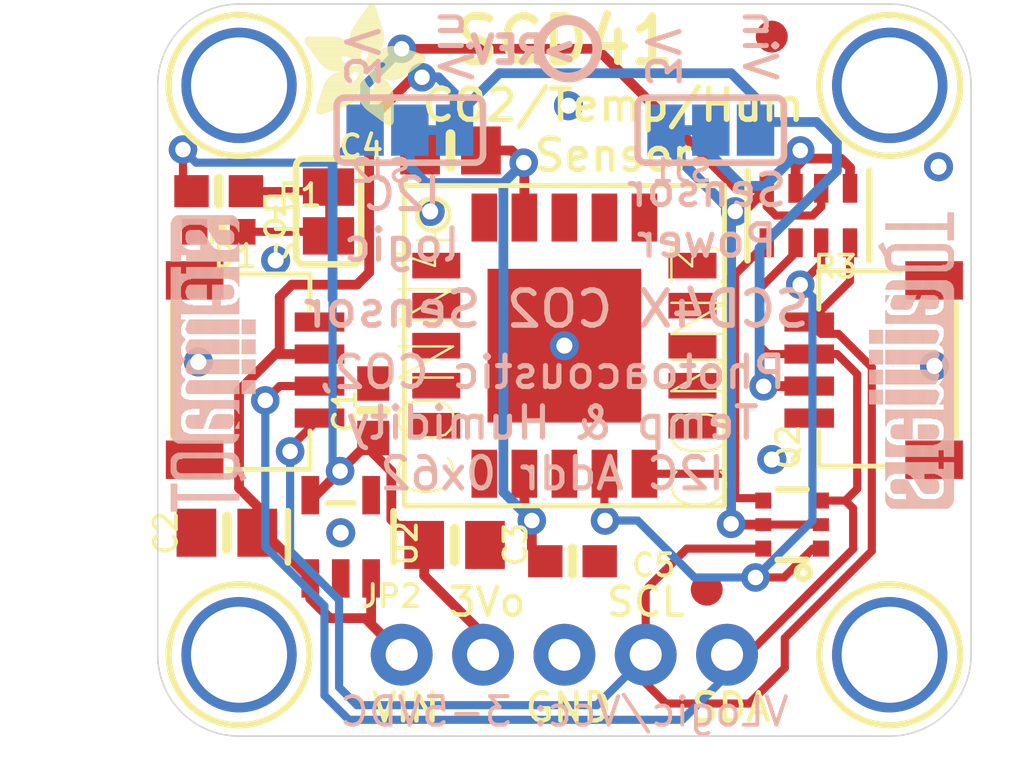
<source format=kicad_pcb>
(kicad_pcb (version 20211014) (generator pcbnew)
  (layers (0 "F.Cu" signal) (31 "B.Cu" signal) (34 "B.Paste" user) (35 "F.Paste" user) (36 "B.SilkS" user "B.Silkscreen") (37 "F.SilkS" user "F.Silkscreen") (38 "B.Mask" user) (39 "F.Mask" user) (44 "Edge.Cuts" user))
  (net 0 "")
  (net 1 "GND")
  (net 2 "SDA")
  (net 3 "SCL")
  (net 4 "SCL_3V")
  (net 5 "SDA_3V")
  (net 6 "3.3V")
  (net 7 "VCC")
  (net 8 "N$1")
  (net 9 "N$2")
  (net 10 "N$3")
  (net 11 "N$4")
  (net 12 "N$5")
  (net 13 "N$6")
  (footprint "boardEagle:SOT363" (layer "F.Cu") (at 155.6131 109.8296 90)
    (fp_text reference "Q2" (at 1.651 -0.127 90) (layer "F.SilkS") (effects (font (size 0.692831 0.692831) (thickness 0.119969)) (justify left)))
    (fp_text value "BSS138")
    (pad "1" smd rect (at -0.75 0.9 90) (size 0.5 0.5) (layers "F.Cu" "F.Paste" "F.Mask") (net 4 "SCL_3V"))
    (pad "2" smd rect (at 0 0.9 90) (size 0.4 0.5) (layers "F.Cu" "F.Paste" "F.Mask") (net 6 "3.3V"))
    (pad "3" smd rect (at 0.75 0.9 90) (size 0.5 0.5) (layers "F.Cu" "F.Paste" "F.Mask") (net 2 "SDA"))
    (pad "4" smd rect (at 0.75 -0.9 90) (size 0.5 0.5) (layers "F.Cu" "F.Paste" "F.Mask") (net 5 "SDA_3V"))
    (pad "5" smd rect (at 0 -0.9 90) (size 0.4 0.5) (layers "F.Cu" "F.Paste" "F.Mask") (net 6 "3.3V"))
    (pad "6" smd rect (at -0.75 -0.9 90) (size 0.5 0.5) (layers "F.Cu" "F.Paste" "F.Mask") (net 3 "SCL"))
  )
  (footprint "boardEagle:0805-NO" (layer "F.Cu") (at 137.9601 110.0836 180)
    (fp_text reference "C2" (at 1.905 -0.762 90) (layer "F.SilkS") (effects (font (size 0.692831 0.692831) (thickness 0.119969)) (justify left)))
    (fp_text value "10uF")
    (pad "1" smd rect (at -0.95 0 180) (size 1.24 1.5) (layers "F.Cu" "F.Paste" "F.Mask") (net 7 "VCC"))
    (pad "2" smd rect (at 0.95 0 180) (size 1.24 1.5) (layers "F.Cu" "F.Paste" "F.Mask") (net 1 "GND"))
  )
  (footprint "boardEagle:JST_SH4" (layer "F.Cu") (at 138.3411 105.0036 -90)
    (fp_text reference "CONN4" (at -4.6 -5.9 90) (layer "F.SilkS") (effects (font (size 1.703222 1.703222) (thickness 0.074778)) (justify right)))
    (fp_text value "STEMMA_I2C_QT" hide)
    (pad "1" smd rect (at -1.5 -2.514) (size 1.55 0.6) (layers "F.Cu" "F.Paste" "F.Mask") (net 1 "GND"))
    (pad "2" smd rect (at -0.5 -2.514) (size 1.55 0.6) (layers "F.Cu" "F.Paste" "F.Mask") (net 7 "VCC"))
    (pad "3" smd rect (at 0.5 -2.514) (size 1.55 0.6) (layers "F.Cu" "F.Paste" "F.Mask") (net 2 "SDA"))
    (pad "4" smd rect (at 1.5 -2.514) (size 1.55 0.6) (layers "F.Cu" "F.Paste" "F.Mask") (net 3 "SCL"))
    (pad "MT1" smd rect (at -2.8 1.386) (size 1.8 1.2) (layers "F.Cu" "F.Paste" "F.Mask") (net 1 "GND"))
    (pad "MT2" smd rect (at 2.8 1.386) (size 1.8 1.2) (layers "F.Cu" "F.Paste" "F.Mask") (net 1 "GND"))
  )
  (footprint "boardEagle:0603-NO" (layer "F.Cu") (at 137.7061 99.4156)
    (fp_text reference "R1" (at 1.778 0.127) (layer "F.SilkS") (effects (font (size 0.692831 0.692831) (thickness 0.119969)) (justify left)))
    (fp_text value "10K")
    (pad "1" smd rect (at -0.85 0) (size 1.075 1) (layers "F.Cu" "F.Paste" "F.Mask") (net 6 "3.3V"))
    (pad "2" smd rect (at 0.85 0) (size 1.075 1) (layers "F.Cu" "F.Paste" "F.Mask") (net 11 "N$4"))
  )
  (footprint "boardEagle:MOUNTINGHOLE_3.0_PLATEDTHIN" (layer "F.Cu") (at 138.3411 113.8936)
    (fp_text reference "U$19" hide)
    (fp_text value "MOUNTINGHOLE3.0THIN" hide)
    (pad "P$1" thru_hole circle (at 0 0) (size 3.6 3.6) (drill 3) (layers *.Cu *.Mask))
  )
  (footprint "boardEagle:SCD41" (layer "F.Cu") (at 148.5011 104.2416)
    (fp_text reference "X1" hide)
    (fp_text value "SCD-41" hide)
    (pad "1" smd rect (at -4 -2.5 270) (size 0.8 1.5) (layers "F.Cu" "F.Mask"))
    (pad "2" smd rect (at -4 -1.25 270) (size 0.8 1.5) (layers "F.Cu" "F.Mask"))
    (pad "3" smd rect (at -4 0 270) (size 0.8 1.5) (layers "F.Cu" "F.Mask"))
    (pad "4" smd rect (at -4 1.25 270) (size 0.8 1.5) (layers "F.Cu" "F.Mask"))
    (pad "5" smd rect (at -4 2.5 270) (size 0.8 1.5) (layers "F.Cu" "F.Mask"))
    (pad "6" smd rect (at -2.5 4) (size 0.8 1.5) (layers "F.Cu" "F.Mask") (net 1 "GND"))
    (pad "7" smd rect (at -1.25 4) (size 0.8 1.5) (layers "F.Cu" "F.Mask") (net 10 "N$3"))
    (pad "8" smd rect (at 0 4) (size 0.8 1.5) (layers "F.Cu" "F.Mask"))
    (pad "9" smd rect (at 1.25 4) (size 0.8 1.5) (layers "F.Cu" "F.Mask") (net 4 "SCL_3V"))
    (pad "10" smd rect (at 2.5 4) (size 0.8 1.5) (layers "F.Cu" "F.Mask") (net 5 "SDA_3V"))
    (pad "11" smd rect (at 4 2.5 90) (size 0.8 1.5) (layers "F.Cu" "F.Mask"))
    (pad "12" smd rect (at 4 1.25 90) (size 0.8 1.5) (layers "F.Cu" "F.Mask"))
    (pad "13" smd rect (at 4 0 90) (size 0.8 1.5) (layers "F.Cu" "F.Mask"))
    (pad "14" smd rect (at 4 -1.25 90) (size 0.8 1.5) (layers "F.Cu" "F.Mask"))
    (pad "15" smd rect (at 4 -2.5 90) (size 0.8 1.5) (layers "F.Cu" "F.Mask"))
    (pad "16" smd rect (at 2.5 -4 180) (size 0.8 1.5) (layers "F.Cu" "F.Mask"))
    (pad "17" smd rect (at 1.25 -4 180) (size 0.8 1.5) (layers "F.Cu" "F.Mask"))
    (pad "18" smd rect (at 0 -4 180) (size 0.8 1.5) (layers "F.Cu" "F.Mask"))
    (pad "19" smd rect (at -1.25 -4 180) (size 0.8 1.5) (layers "F.Cu" "F.Mask") (net 10 "N$3"))
    (pad "20" smd rect (at -2.5 -4 180) (size 0.8 1.5) (layers "F.Cu" "F.Mask") (net 1 "GND"))
    (pad "P$1" smd rect (at 0 0) (size 4.8 4.8) (layers "F.Cu" "F.Mask") (net 1 "GND"))
  )
  (footprint "boardEagle:MOUNTINGHOLE_3.0_PLATEDTHIN" (layer "F.Cu") (at 158.6611 113.8936)
    (fp_text reference "U$21" hide)
    (fp_text value "MOUNTINGHOLE3.0THIN" hide)
    (pad "P$1" thru_hole circle (at 0 0) (size 3.6 3.6) (drill 3) (layers *.Cu *.Mask))
  )
  (footprint "boardEagle:MOUNTINGHOLE_3.0_PLATEDTHIN" (layer "F.Cu") (at 158.6611 96.1136)
    (fp_text reference "U$17" hide)
    (fp_text value "MOUNTINGHOLE3.0THIN" hide)
    (pad "P$1" thru_hole circle (at 0 0) (size 3.6 3.6) (drill 3) (layers *.Cu *.Mask))
  )
  (footprint "boardEagle:0603-NO" (layer "F.Cu") (at 148.7551 110.9726)
    (fp_text reference "C5" (at 1.778 0.127) (layer "F.SilkS") (effects (font (size 0.692831 0.692831) (thickness 0.119969)) (justify left)))
    (fp_text value "0.1uF")
    (pad "1" smd rect (at -0.85 0) (size 1.075 1) (layers "F.Cu" "F.Paste" "F.Mask") (net 10 "N$3"))
    (pad "2" smd rect (at 0.85 0) (size 1.075 1) (layers "F.Cu" "F.Paste" "F.Mask") (net 1 "GND"))
  )
  (footprint "boardEagle:0603-NO" (layer "F.Cu") (at 142.5321 106.2736 90)
    (fp_text reference "C1" (at -0.762 -0.889 90) (layer "F.SilkS") (effects (font (size 0.692831 0.692831) (thickness 0.119969)) (justify left)))
    (fp_text value "0.1uF")
    (pad "1" smd rect (at -0.85 0 90) (size 1.075 1) (layers "F.Cu" "F.Paste" "F.Mask") (net 6 "3.3V"))
    (pad "2" smd rect (at 0.85 0 90) (size 1.075 1) (layers "F.Cu" "F.Paste" "F.Mask") (net 1 "GND"))
  )
  (footprint "boardEagle:SOLDERJUMPER_CLOSEDWIRE" (layer "F.Cu") (at 141.1351 100.0506 90)
    (fp_text reference "SJ3" (at -1.651 -1.27 90) (layer "F.SilkS") (effects (font (size 0.692831 0.692831) (thickness 0.119969)) (justify left)))
    (fp_text value "")
    (pad "1" smd rect (at -0.762 0 90) (size 1.1684 1.6002) (layers "F.Cu") (net 8 "N$1"))
    (pad "2" smd rect (at 0.762 0 90) (size 1.1684 1.6002) (layers "F.Cu") (net 11 "N$4"))
    (pad "WIRE" smd rect (at 0 0 270) (size 0.635 0.2032) (layers "F.Cu"))
  )
  (footprint "boardEagle:MOUNTINGHOLE_3.0_PLATEDTHIN" (layer "F.Cu") (at 138.3411 96.1136)
    (fp_text reference "U$1" hide)
    (fp_text value "MOUNTINGHOLE3.0THIN" hide)
    (pad "P$1" thru_hole circle (at 0 0) (size 3.6 3.6) (drill 3) (layers *.Cu *.Mask))
  )
  (footprint "boardEagle:RESPACK_4X0603" (layer "F.Cu") (at 156.1211 100.1776 180)
    (fp_text reference "R3" (at -1.6 -1.6) (layer "F.SilkS") (effects (font (size 0.692831 0.692831) (thickness 0.119969)) (justify right)))
    (fp_text value "10K")
    (pad "1" smd rect (at -1.3 0.85 180) (size 0.45 0.9) (layers "F.Cu" "F.Paste" "F.Mask") (net 9 "N$2"))
    (pad "2" smd rect (at -0.4 0.85 180) (size 0.45 0.9) (layers "F.Cu" "F.Paste" "F.Mask") (net 6 "3.3V"))
    (pad "3" smd rect (at 0.4 0.85 180) (size 0.45 0.9) (layers "F.Cu" "F.Paste" "F.Mask") (net 9 "N$2"))
    (pad "4" smd rect (at 1.3 0.85 180) (size 0.45 0.9) (layers "F.Cu" "F.Paste" "F.Mask") (net 6 "3.3V"))
    (pad "5" smd rect (at 1.3 -0.85 180) (size 0.45 0.9) (layers "F.Cu" "F.Paste" "F.Mask") (net 5 "SDA_3V"))
    (pad "6" smd rect (at 0.4 -0.85 180) (size 0.45 0.9) (layers "F.Cu" "F.Paste" "F.Mask") (net 2 "SDA"))
    (pad "7" smd rect (at -0.4 -0.85 180) (size 0.45 0.9) (layers "F.Cu" "F.Paste" "F.Mask") (net 4 "SCL_3V"))
    (pad "8" smd rect (at -1.3 -0.85 180) (size 0.45 0.9) (layers "F.Cu" "F.Paste" "F.Mask") (net 3 "SCL"))
  )
  (footprint "boardEagle:0805-NO" (layer "F.Cu") (at 145.0721 110.4646)
    (fp_text reference "C3" (at 1.905 -0.762 90) (layer "F.SilkS") (effects (font (size 0.692831 0.692831) (thickness 0.119969)) (justify right)))
    (fp_text value "10uF")
    (pad "1" smd rect (at -0.95 0) (size 1.24 1.5) (layers "F.Cu" "F.Paste" "F.Mask") (net 6 "3.3V"))
    (pad "2" smd rect (at 0.95 0) (size 1.24 1.5) (layers "F.Cu" "F.Paste" "F.Mask") (net 1 "GND"))
  )
  (footprint "boardEagle:JST_SH4" (layer "F.Cu") (at 158.6611 105.0036 90)
    (fp_text reference "CONN3" (at -4.6 -5.9 90) (layer "F.SilkS") (effects (font (size 1.703222 1.703222) (thickness 0.074778)) (justify left)))
    (fp_text value "STEMMA_I2C_QT" hide)
    (pad "1" smd rect (at -1.5 -2.514 180) (size 1.55 0.6) (layers "F.Cu" "F.Paste" "F.Mask") (net 1 "GND"))
    (pad "2" smd rect (at -0.5 -2.514 180) (size 1.55 0.6) (layers "F.Cu" "F.Paste" "F.Mask") (net 7 "VCC"))
    (pad "3" smd rect (at 0.5 -2.514 180) (size 1.55 0.6) (layers "F.Cu" "F.Paste" "F.Mask") (net 2 "SDA"))
    (pad "4" smd rect (at 1.5 -2.514 180) (size 1.55 0.6) (layers "F.Cu" "F.Paste" "F.Mask") (net 3 "SCL"))
    (pad "MT1" smd rect (at -2.8 1.386 180) (size 1.8 1.2) (layers "F.Cu" "F.Paste" "F.Mask") (net 1 "GND"))
    (pad "MT2" smd rect (at 2.8 1.386 180) (size 1.8 1.2) (layers "F.Cu" "F.Paste" "F.Mask") (net 1 "GND"))
  )
  (footprint "boardEagle:SOT23-5" (layer "F.Cu") (at 141.5161 110.2106)
    (fp_text reference "U2" (at 2.032 -0.562 90) (layer "F.SilkS") (effects (font (size 0.692831 0.692831) (thickness 0.119969)) (justify right)))
    (fp_text value "AP2112K-3.3")
    (pad "1" smd rect (at -0.95 1.3001) (size 0.55 1.2) (layers "F.Cu" "F.Paste" "F.Mask") (net 7 "VCC"))
    (pad "2" smd rect (at 0 1.3001) (size 0.55 1.2) (layers "F.Cu" "F.Paste" "F.Mask") (net 1 "GND"))
    (pad "3" smd rect (at 0.95 1.3001) (size 0.55 1.2) (layers "F.Cu" "F.Paste" "F.Mask") (net 7 "VCC"))
    (pad "4" smd rect (at 0.95 -1.3001) (size 0.55 1.2) (layers "F.Cu" "F.Paste" "F.Mask"))
    (pad "5" smd rect (at -0.95 -1.3001) (size 0.55 1.2) (layers "F.Cu" "F.Paste" "F.Mask") (net 6 "3.3V"))
  )
  (footprint "boardEagle:0805-NO" (layer "F.Cu") (at 144.9451 98.1456 180)
    (fp_text reference "C4" (at 2.032 0.127) (layer "F.SilkS") (effects (font (size 0.692831 0.692831) (thickness 0.119969)) (justify right)))
    (fp_text value "10uF")
    (pad "1" smd rect (at -0.95 0 180) (size 1.24 1.5) (layers "F.Cu" "F.Paste" "F.Mask") (net 10 "N$3"))
    (pad "2" smd rect (at 0.95 0 180) (size 1.24 1.5) (layers "F.Cu" "F.Paste" "F.Mask") (net 1 "GND"))
  )
  (footprint "boardEagle:ADAFRUIT_3.5MM" (layer "F.Cu") (at 140.3731 97.3836)
    (fp_text reference "U$22" hide)
    (fp_text value "" hide)
  )
  (footprint "boardEagle:CHIPLED_0603_NOOUTLINE" (layer "F.Cu") (at 137.7061 100.6856 90)
    (fp_text reference "D1" (at -0.762 1.27) (layer "F.SilkS") (effects (font (size 0.692831 0.692831) (thickness 0.119969)) (justify right)))
    (fp_text value "GREEN")
    (pad "A" smd rect (at 0 0.75 90) (size 0.8 0.8) (layers "F.Cu" "F.Paste" "F.Mask") (net 8 "N$1"))
    (pad "C" smd rect (at 0 -0.75 90) (size 0.8 0.8) (layers "F.Cu" "F.Paste" "F.Mask") (net 1 "GND"))
  )
  (footprint "boardEagle:FIDUCIAL_1MM" (layer "F.Cu") (at 154.9781 94.5896)
    (fp_text reference "FID3" hide)
    (fp_text value "FIDUCIAL_1MM" hide)
    (pad "1" smd roundrect (at 0 0) (size 1 1) (layers "F.Cu" "F.Mask") (roundrect_rratio 0.5))
  )
  (footprint "boardEagle:FIDUCIAL_1MM" (layer "F.Cu") (at 152.9461 111.8616)
    (fp_text reference "FID4" hide)
    (fp_text value "FIDUCIAL_1MM" hide)
    (pad "1" smd roundrect (at 0 0) (size 1 1) (layers "F.Cu" "F.Mask") (roundrect_rratio 0.5))
  )
  (footprint "boardEagle:1X05_ROUND_76" (layer "F.Cu") (at 148.5011 113.8936)
    (fp_text reference "JP2" (at -6.4262 -1.8288) (layer "F.SilkS") (effects (font (size 0.692831 0.692831) (thickness 0.119969)) (justify left)))
    (fp_text value "")
    (pad "1" thru_hole circle (at -5.08 0 90) (size 1.9304 1.9304) (drill 1) (layers *.Cu *.Mask) (net 7 "VCC"))
    (pad "2" thru_hole circle (at -2.54 0 90) (size 1.9304 1.9304) (drill 1) (layers *.Cu *.Mask) (net 6 "3.3V"))
    (pad "3" thru_hole circle (at 0 0 90) (size 1.9304 1.9304) (drill 1) (layers *.Cu *.Mask) (net 1 "GND"))
    (pad "4" thru_hole circle (at 2.54 0 90) (size 1.9304 1.9304) (drill 1) (layers *.Cu *.Mask) (net 3 "SCL"))
    (pad "5" thru_hole circle (at 5.08 0 90) (size 1.9304 1.9304) (drill 1) (layers *.Cu *.Mask) (net 2 "SDA"))
  )
  (footprint "boardEagle:STEMMAQT" (layer "B.Cu") (at 158.0261 109.3216 90)
    (fp_text reference "U$30" hide)
    (fp_text value "" hide)
  )
  (footprint "boardEagle:SOLDERJUMPER_2WAY_OPEN_NOPASTE" (layer "B.Cu") (at 153.0731 97.5106)
    (fp_text reference "SJ1" (at -1.905 1.27) (layer "B.SilkS") (effects (font (size 0.692831 0.692831) (thickness 0.119969)) (justify right mirror)))
    (fp_text value "")
    (pad "1" smd rect (at -1.397 0) (size 1.1684 1.6002) (layers "B.Cu") (net 6 "3.3V"))
    (pad "2" smd rect (at 0 0) (size 1.1684 1.6002) (layers "B.Cu") (net 9 "N$2"))
    (pad "3" smd rect (at 1.397 0) (size 1.1684 1.6002) (layers "B.Cu") (net 7 "VCC"))
  )
  (footprint "boardEagle:STEMMAQT" (layer "B.Cu") (at 138.8491 100.1776 -90)
    (fp_text reference "U$31" hide)
    (fp_text value "" hide)
  )
  (footprint "boardEagle:SOLDERJUMPER_2WAY_OPEN_NOPASTE" (layer "B.Cu") (at 143.6751 97.5106)
    (fp_text reference "SJ2" (at -1.905 1.27) (layer "B.SilkS") (effects (font (size 0.692831 0.692831) (thickness 0.119969)) (justify right mirror)))
    (fp_text value "")
    (pad "1" smd rect (at -1.397 0) (size 1.1684 1.6002) (layers "B.Cu") (net 6 "3.3V"))
    (pad "2" smd rect (at 0 0) (size 1.1684 1.6002) (layers "B.Cu") (net 10 "N$3"))
    (pad "3" smd rect (at 1.397 0) (size 1.1684 1.6002) (layers "B.Cu") (net 7 "VCC"))
  )
  (footprint "boardEagle:PCBFEAT-REV-040" (layer "B.Cu") (at 148.6281 94.9706 180)
    (fp_text reference "U$25" hide)
    (fp_text value "" hide)
    (fp_text user ">REV" (at -0.3556 -0.508) (layer "B.SilkS") (effects (font (size 0.8128 0.8128) (thickness 0.2032)) (justify left bottom mirror)))
  )
  (gr_line (start 158.6611 93.5736) (end 138.3411 93.5736) (layer "Edge.Cuts") (width 0.05))
  (gr_arc (start 158.6611 93.5736) (mid 160.457151 94.317549) (end 161.2011 96.1136) (layer "Edge.Cuts") (width 0.05))
  (gr_line (start 161.2011 113.8936) (end 161.2011 96.1136) (layer "Edge.Cuts") (width 0.05))
  (gr_arc (start 135.8011 96.1136) (mid 136.545049 94.317549) (end 138.3411 93.5736) (layer "Edge.Cuts") (width 0.05))
  (gr_line (start 138.3411 116.4336) (end 158.6611 116.4336) (layer "Edge.Cuts") (width 0.05))
  (gr_arc (start 138.3411 116.4336) (mid 136.545049 115.689651) (end 135.8011 113.8936) (layer "Edge.Cuts") (width 0.05))
  (gr_arc (start 161.2011 113.8936) (mid 160.457151 115.689651) (end 158.6611 116.4336) (layer "Edge.Cuts") (width 0.05))
  (gr_line (start 135.8011 96.1136) (end 135.8011 113.8936) (layer "Edge.Cuts") (width 0.05))
  (gr_text "Sensor\nPower" (at 152.9461 100.1776) (layer "B.SilkS") (effects (font (size 0.98298 0.98298) (thickness 0.16002)) (justify mirror)))
  (gr_text "VLogic/Vcc: 3-5VDC" (at 148.5011 115.6716) (layer "B.SilkS") (effects (font (size 0.89408 0.89408) (thickness 0.12192)) (justify mirror)))
  (gr_text "3V" (at 151.5491 95.2246 -90) (layer "B.SilkS") (effects (font (size 0.98298 0.98298) (thickness 0.16002)) (justify mirror)))
  (gr_text "3V" (at 142.1511 95.2246 -90) (layer "B.SilkS") (effects (font (size 0.98298 0.98298) (thickness 0.16002)) (justify mirror)))
  (gr_text "Vin" (at 145.0721 94.8436 -90) (layer "B.SilkS") (effects (font (size 0.98298 0.98298) (thickness 0.16002)) (justify mirror)))
  (gr_text "Vin" (at 154.5971 94.8436 -90) (layer "B.SilkS") (effects (font (size 0.98298 0.98298) (thickness 0.16002)) (justify mirror)))
  (gr_text "I2C\nlogic" (at 143.4211 100.3046) (layer "B.SilkS") (effects (font (size 0.98298 0.98298) (thickness 0.16002)) (justify mirror)))
  (gr_text "SCD4X CO2 Sensor" (at 148.2471 103.0986) (layer "B.SilkS") (effects (font (size 1.0922 1.0922) (thickness 0.1778)) (justify mirror)))
  (gr_text "Photoacoustic CO2,\nTemp & Humidity\nI2C Addr 0x62" (at 148.1201 106.6546) (layer "B.SilkS") (effects (font (size 0.98298 0.98298) (thickness 0.16002)) (justify mirror)))
  (gr_text "SDA" (at 153.7081 115.5446) (layer "F.SilkS") (effects (font (size 0.87376 0.87376) (thickness 0.14224))))
  (gr_text "SCL" (at 151.0411 112.2426) (layer "F.SilkS") (effects (font (size 0.87376 0.87376) (thickness 0.14224))))
  (gr_text "SCD41" (at 148.5011 94.7166) (layer "F.SilkS") (effects (font (size 1.40335 1.40335) (thickness 0.24765))))
  (gr_text "3Vo" (at 146.0881 112.2426) (layer "F.SilkS") (effects (font (size 0.87376 0.87376) (thickness 0.14224))))
  (gr_text "CO2/Temp/Hum\nSensor" (at 150.0251 97.5106) (layer "F.SilkS") (effects (font (size 0.97155 0.97155) (thickness 0.17145))))
  (gr_text "VIN" (at 143.5481 115.5446) (layer "F.SilkS") (effects (font (size 0.87376 0.87376) (thickness 0.14224))))
  (gr_text "GND" (at 148.6281 115.5446) (layer "F.SilkS") (effects (font (size 0.87376 0.87376) (thickness 0.14224))))
  (gr_text "on" (at 139.8651 101.0666 90) (layer "F.SilkS") (effects (font (size 0.89408 0.89408) (thickness 0.12192)) (justify left bottom)))
  (via (at 141.5161 110.0836) (size 0.9064) (drill 0.5) (layers "F.Cu" "B.Cu") (net 1))
  (via (at 154.9781 107.7976) (size 0.9064) (drill 0.5) (layers "F.Cu" "B.Cu") (net 1))
  (via (at 148.5011 104.2416) (size 0.9064) (drill 0.5) (layers "F.Cu" "B.Cu") (net 1))
  (via (at 160.1851 98.6536) (size 0.9064) (drill 0.5) (layers "F.Cu" "B.Cu") (net 1))
  (via (at 160.0581 104.8766) (size 0.9064) (drill 0.5) (layers "F.Cu" "B.Cu") (net 1))
  (via (at 137.0711 104.7496) (size 0.9064) (drill 0.5) (layers "F.Cu" "B.Cu") (net 1))
  (via (at 148.6281 96.7486) (size 0.9064) (drill 0.5) (layers "F.Cu" "B.Cu") (net 1))
  (via (at 139.4841 101.5746) (size 0.9064) (drill 0.5) (layers "F.Cu" "B.Cu") (net 1))
  (via (at 144.3101 100.0506) (size 0.9064) (drill 0.5) (layers "F.Cu" "B.Cu") (net 1))
  (segment (start 157.6451 108.7106) (end 157.2761 109.0796) (width 0.254) (layer "F.Cu") (net 2))
  (segment (start 157.5181 109.3216) (end 157.5181 110.5916) (width 0.254) (layer "F.Cu") (net 2))
  (segment (start 157.2761 109.0796) (end 157.5181 109.3216) (width 0.254) (layer "F.Cu") (net 2))
  (segment (start 157.0181 104.5036) (end 157.6451 105.1306) (width 0.254) (layer "F.Cu") (net 2))
  (segment (start 157.5181 110.5916) (end 154.2161 113.8936) (width 0.254) (layer "F.Cu") (net 2))
  (segment (start 155.7211 101.0276) (end 155.7211 101.3396) (width 0.254) (layer "F.Cu") (net 2))
  (segment (start 155.7211 101.3396) (end 154.5971 102.4636) (width 0.254) (layer "F.Cu") (net 2))
  (segment (start 156.5131 109.0796) (end 157.2761 109.0796) (width 0.254) (layer "F.Cu") (net 2))
  (segment (start 156.1471 104.5036) (end 157.0181 104.5036) (width 0.254) (layer "F.Cu") (net 2))
  (segment (start 140.8551 105.5036) (end 139.607612 105.5036) (width 0.254) (layer "F.Cu") (net 2))
  (segment (start 154.2161 113.8936) (end 153.5811 113.8936) (width 0.254) (layer "F.Cu") (net 2))
  (segment (start 154.5971 102.4636) (end 154.5971 104.2416) (width 0.254) (layer "F.Cu") (net 2))
  (segment (start 154.8591 104.5036) (end 156.1471 104.5036) (width 0.254) (layer "F.Cu") (net 2))
  (segment (start 157.6451 105.1306) (end 157.6451 108.7106) (width 0.254) (layer "F.Cu") (net 2))
  (segment (start 139.607612 105.5036) (end 139.160856 105.950357) (width 0.254) (layer "F.Cu") (net 2))
  (segment (start 154.5971 104.2416) (end 154.8591 104.5036) (width 0.254) (layer "F.Cu") (net 2))
  (via (at 139.160856 105.950357) (size 0.889) (drill 0.4826) (layers "F.Cu" "B.Cu") (net 2))
  (segment (start 139.160856 105.950357) (end 139.160856 110.522357) (width 0.254) (layer "B.Cu") (net 2))
  (segment (start 139.160856 110.522357) (end 141.0081 112.3696) (width 0.254) (layer "B.Cu") (net 2))
  (segment (start 141.7701 115.9256) (end 152.1841 115.9256) (width 0.254) (layer "B.Cu") (net 2))
  (segment (start 141.0081 115.1636) (end 141.7701 115.9256) (width 0.254) (layer "B.Cu") (net 2))
  (segment (start 153.5811 114.5286) (end 153.5811 113.8936) (width 0.254) (layer "B.Cu") (net 2))
  (segment (start 152.1841 115.9256) (end 153.5811 114.5286) (width 0.254) (layer "B.Cu") (net 2))
  (segment (start 141.0081 112.3696) (end 141.0081 115.1636) (width 0.254) (layer "B.Cu") (net 2))
  (segment (start 140.8551 106.5036) (end 139.935556 107.423144) (width 0.254) (layer "F.Cu") (net 3))
  (segment (start 154.7131 110.5796) (end 152.3231 110.5796) (width 0.254) (layer "F.Cu") (net 3))
  (segment (start 157.058875 103.8734) (end 158.1023 104.916825) (width 0.254) (layer "F.Cu") (net 3))
  (segment (start 157.4211 101.0276) (end 157.4211 102.2296) (width 0.254) (layer "F.Cu") (net 3))
  (segment (start 158.1023 104.916825) (end 158.1023 110.653982) (width 0.254) (layer "F.Cu") (net 3))
  (segment (start 156.1471 103.5036) (end 156.5169 103.8734) (width 0.254) (layer "F.Cu") (net 3))
  (segment (start 151.0411 113.8936) (end 151.0411 111.8616) (width 0.254) (layer "F.Cu") (net 3))
  (segment (start 156.5169 103.8734) (end 157.058875 103.8734) (width 0.254) (layer "F.Cu") (net 3))
  (segment (start 139.935556 107.423144) (end 139.935556 107.5436) (width 0.254) (layer "F.Cu") (net 3))
  (segment (start 154.270075 115.4176) (end 151.6761 115.4176) (width 0.254) (layer "F.Cu") (net 3))
  (segment (start 158.1023 110.653982) (end 155.3845 113.371782) (width 0.254) (layer "F.Cu") (net 3))
  (segment (start 157.4211 102.2296) (end 156.1471 103.5036) (width 0.254) (layer "F.Cu") (net 3))
  (segment (start 151.6761 115.4176) (end 151.0411 114.7826) (width 0.254) (layer "F.Cu") (net 3))
  (segment (start 151.0411 114.7826) (end 151.0411 113.8936) (width 0.254) (layer "F.Cu") (net 3))
  (segment (start 151.0411 111.8616) (end 152.3231 110.5796) (width 0.254) (layer "F.Cu") (net 3))
  (segment (start 155.3845 114.303175) (end 154.270075 115.4176) (width 0.254) (layer "F.Cu") (net 3))
  (segment (start 155.3845 113.371782) (end 155.3845 114.303175) (width 0.254) (layer "F.Cu") (net 3))
  (via (at 139.935556 107.5436) (size 0.889) (drill 0.4826) (layers "F.Cu" "B.Cu") (net 3))
  (segment (start 139.935556 110.650475) (end 141.4653 112.180219) (width 0.254) (layer "B.Cu") (net 3))
  (segment (start 141.4653 112.180219) (end 141.4653 114.9096) (width 0.254) (layer "B.Cu") (net 3))
  (segment (start 141.4653 114.9096) (end 142.0241 115.4684) (width 0.254) (layer "B.Cu") (net 3))
  (segment (start 139.935556 107.5436) (end 139.935556 110.650475) (width 0.254) (layer "B.Cu") (net 3))
  (segment (start 149.5171 115.4684) (end 151.0411 113.9444) (width 0.254) (layer "B.Cu") (net 3))
  (segment (start 142.0241 115.4684) (end 149.5171 115.4684) (width 0.254) (layer "B.Cu") (net 3))
  (segment (start 151.0411 113.9444) (end 151.0411 113.8936) (width 0.254) (layer "B.Cu") (net 3))
  (segment (start 155.3581 111.4806) (end 154.4701 111.4806) (width 0.254) (layer "F.Cu") (net 4))
  (segment (start 155.8671 102.3366) (end 156.5211 101.6826) (width 0.254) (layer "F.Cu") (net 4))
  (segment (start 149.7511 109.6826) (end 149.7711 109.7026) (width 0.254) (layer "F.Cu") (net 4))
  (segment (start 156.5211 101.6826) (end 156.5211 101.0276) (width 0.254) (layer "F.Cu") (net 4))
  (segment (start 156.5131 110.5796) (end 156.2591 110.5796) (width 0.254) (layer "F.Cu") (net 4))
  (segment (start 149.7511 108.2416) (end 149.7511 109.6826) (width 0.254) (layer "F.Cu") (net 4))
  (segment (start 156.2591 110.5796) (end 155.3581 111.4806) (width 0.254) (layer "F.Cu") (net 4))
  (via (at 155.8671 102.3366) (size 0.889) (drill 0.4826) (layers "F.Cu" "B.Cu") (net 4))
  (via (at 154.4701 111.4806) (size 0.889) (drill 0.4826) (layers "F.Cu" "B.Cu") (net 4))
  (via (at 149.7711 109.7026) (size 0.889) (drill 0.4826) (layers "F.Cu" "B.Cu") (net 4))
  (segment (start 154.4701 111.4806) (end 152.5651 111.4806) (width 0.254) (layer "B.Cu") (net 4))
  (segment (start 152.5651 111.4806) (end 150.7871 109.7026) (width 0.254) (layer "B.Cu") (net 4))
  (segment (start 149.7711 109.7026) (end 150.7871 109.7026) (width 0.254) (layer "B.Cu") (net 4))
  (segment (start 155.8671 102.3366) (end 156.2481 102.7176) (width 0.254) (layer "B.Cu") (net 4))
  (segment (start 156.2481 109.7026) (end 154.4701 111.4806) (width 0.254) (layer "B.Cu") (net 4))
  (segment (start 156.2481 102.7176) (end 156.2481 109.7026) (width 0.254) (layer "B.Cu") (net 4))
  (segment (start 153.8351 102.0136) (end 153.8351 108.2416) (width 0.254) (layer "F.Cu") (net 5))
  (segment (start 154.8211 101.0276) (end 153.8351 102.0136) (width 0.254) (layer "F.Cu") (net 5))
  (segment (start 153.8351 108.2416) (end 153.8351 109.0036) (width 0.254) (layer "F.Cu") (net 5))
  (segment (start 151.1681 108.2416) (end 153.8351 108.2416) (width 0.254) (layer "F.Cu") (net 5))
  (segment (start 151.0011 108.2416) (end 151.001103 108.2416) (width 0.3048) (layer "F.Cu") (net 5))
  (segment (start 153.8351 109.0036) (end 154.6371 109.0036) (width 0.254) (layer "F.Cu") (net 5))
  (segment (start 154.6371 109.0036) (end 154.7131 109.0796) (width 0.254) (layer "F.Cu") (net 5))
  (segment (start 151.001103 108.2416) (end 151.1681 108.2416) (width 0.3048) (layer "F.Cu") (net 5))
  (segment (start 143.0967 109.6687) (end 143.0967 108.163207) (width 0.3048) (layer "F.Cu") (net 6))
  (segment (start 145.9611 113.8936) (end 145.9611 113.2586) (width 0.3048) (layer "F.Cu") (net 6))
  (segment (start 155.1051 100.1776) (end 156.2481 100.1776) (width 0.254) (layer "F.Cu") (net 6))
  (segment (start 154.8211 99.3276) (end 153.8741 99.3276) (width 0.3048) (layer "F.Cu") (net 6))
  (segment (start 154.8211 99.3276) (end 154.0981 100.0506) (width 0.3048) (layer "F.Cu") (net 6))
  (segment (start 145.9611 113.8936) (end 145.55 113.8936) (width 0.254) (layer "F.Cu") (net 6))
  (segment (start 143.0967 108.163207) (end 142.5321 107.598607) (width 0.3048) (layer "F.Cu") (net 6))
  (segment (start 143.2941 109.8661) (end 143.0967 109.6687) (width 0.3048) (layer "F.Cu") (net 6))
  (segment (start 154.8211 99.8936) (end 155.1051 100.1776) (width 0.254) (layer "F.Cu") (net 6))
  (segment (start 154.8211 99.3276) (end 154.8211 99.8936) (width 0.254) (layer "F.Cu") (net 6))
  (segment (start 141.4966 108.1591) (end 140.7452 108.9105) (width 0.3048) (layer "F.Cu") (net 6))
  (segment (start 145.9611 113.2586) (end 144.1221 111.4196) (width 0.3048) (layer "F.Cu") (net 6))
  (segment (start 154.0981 100.0506) (end 153.8351 100.0506) (width 0.3048) (layer "F.Cu") (net 6))
  (segment (start 156.5211 99.9046) (end 156.5211 99.3276) (width 0.254) (layer "F.Cu") (net 6))
  (segment (start 143.5236 109.8661) (end 143.2941 109.8661) (width 0.3048) (layer "F.Cu") (net 6))
  (segment (start 144.1221 110.4646) (end 143.5236 109.8661) (width 0.3048) (layer "F.Cu") (net 6))
  (segment (start 142.5321 107.598607) (end 142.5321 107.1236) (width 0.3048) (layer "F.Cu") (net 6))
  (segment (start 142.5321 107.1236) (end 141.4966 108.1591) (width 0.3048) (layer "F.Cu") (net 6))
  (segment (start 153.7081 109.8049) (end 153.7328 109.8296) (width 0.3048) (layer "F.Cu") (net 6))
  (segment (start 144.1221 111.4196) (end 144.1221 110.4646) (width 0.3048) (layer "F.Cu") (net 6))
  (segment (start 145.9611 113.8936) (end 146.5301 113.3246) (width 0.254) (layer "F.Cu") (net 6))
  (segment (start 140.7452 108.9105) (end 140.5661 108.9105) (width 0.3048) (layer "F.Cu") (net 6))
  (segment (start 153.7328 109.8296) (end 154.7131 109.8296) (width 0.3048) (layer "F.Cu") (net 6))
  (segment (start 156.2481 100.1776) (end 156.5211 99.9046) (width 0.254) (layer "F.Cu") (net 6))
  (segment (start 136.590234 99.149735) (end 136.590234 98.118466) (width 0.254) (layer "F.Cu") (net 6))
  (segment (start 149.5171 94.9706) (end 143.4211 94.9706) (width 0.3048) (layer "F.Cu") (net 6))
  (segment (start 153.8741 99.3276) (end 149.5171 94.9706) (width 0.3048) (layer "F.Cu") (net 6))
  (segment (start 136.8561 99.4156) (end 136.590234 99.149735) (width 0.254) (layer "F.Cu") (net 6))
  (segment (start 154.7131 109.8296) (end 156.5131 109.8296) (width 0.254) (layer "F.Cu") (net 6))
  (via (at 153.8351 100.0506) (size 0.889) (drill 0.4826) (layers "F.Cu" "B.Cu") (net 6))
  (via (at 141.4966 108.1591) (size 0.889) (drill 0.4826) (layers "F.Cu" "B.Cu") (net 6))
  (via (at 136.590234 98.118466) (size 0.889) (drill 0.4826) (layers "F.Cu" "B.Cu") (net 6))
  (via (at 143.4211 94.9706) (size 0.889) (drill 0.4826) (layers "F.Cu" "B.Cu") (net 6))
  (via (at 153.7081 109.8049) (size 0.889) (drill 0.4826) (layers "F.Cu" "B.Cu") (net 6))
  (segment (start 153.7081 100.0506) (end 153.8351 100.1776) (width 0.3048) (layer "B.Cu") (net 6))
  (segment (start 153.8351 100.0506) (end 153.8351 100.1776) (width 0.3048) (layer "B.Cu") (net 6))
  (segment (start 141.2621 102.790332) (end 141.2621 103.298332) (width 0.254) (layer "B.Cu") (net 6))
  (segment (start 152.1333 97.9678) (end 152.1333 98.457994) (width 0.3048) (layer "B.Cu") (net 6))
  (segment (start 141.2621 98.5266) (end 141.2621 102.790332) (width 0.3048) (layer "B.Cu") (net 6))
  (segment (start 142.2781 96.1136) (end 142.2781 97.5106) (width 0.3048) (layer "B.Cu") (net 6))
  (segment (start 151.6761 97.5106) (end 152.1333 97.9678) (width 0.3048) (layer "B.Cu") (net 6))
  (segment (start 152.1333 98.457994) (end 153.7081 100.032794) (width 0.3048) (layer "B.Cu") (net 6))
  (segment (start 153.7081 100.0506) (end 153.7081 109.8049) (width 0.3048) (layer "B.Cu") (net 6))
  (segment (start 136.998368 98.5266) (end 141.2621 98.5266) (width 0.254) (layer "B.Cu") (net 6))
  (segment (start 153.7081 100.032794) (end 153.7081 100.0506) (width 0.3048) (layer "B.Cu") (net 6))
  (segment (start 143.4211 94.9706) (end 142.2781 96.1136) (width 0.3048) (layer "B.Cu") (net 6))
  (segment (start 141.2621 107.9246) (end 141.4966 108.1591) (width 0.254) (layer "B.Cu") (net 6))
  (segment (start 142.2781 97.5106) (end 141.2621 98.5266) (width 0.3048) (layer "B.Cu") (net 6))
  (segment (start 136.590234 98.118466) (end 136.998368 98.5266) (width 0.254) (layer "B.Cu") (net 6))
  (segment (start 151.6761 98.0186) (end 153.7081 100.0506) (width 0.3048) (layer "B.Cu") (net 6))
  (segment (start 141.2621 103.298332) (end 141.2621 107.9246) (width 0.254) (layer "B.Cu") (net 6))
  (segment (start 143.4211 113.8936) (end 142.4661 112.9386) (width 0.3048) (layer "F.Cu") (net 7))
  (segment (start 141.175737 112.7506) (end 140.5661 112.140963) (width 0.3048) (layer "F.Cu") (net 7))
  (segment (start 156.1471 105.5036) (end 154.7321 105.5036) (width 0.3048) (layer "F.Cu") (net 7))
  (segment (start 139.9921 102.3366) (end 142.0241 102.3366) (width 0.3048) (layer "F.Cu") (net 7))
  (segment (start 142.2781 112.7506) (end 141.175737 112.7506) (width 0.3048) (layer "F.Cu") (net 7))
  (segment (start 139.139 110.0836) (end 140.5661 111.5107) (width 0.3048) (layer "F.Cu") (net 7))
  (segment (start 138.9101 109.2556) (end 138.3411 108.6866) (width 0.3048) (layer "F.Cu") (net 7))
  (segment (start 139.4761 104.5036) (end 140.8551 104.5036) (width 0.3048) (layer "F.Cu") (net 7))
  (segment (start 154.7321 105.5036) (end 154.7241 105.5116) (width 0.3048) (layer "F.Cu") (net 7))
  (segment (start 139.4761 104.5036) (end 139.6111 104.3686) (width 0.3048) (layer "F.Cu") (net 7))
  (segment (start 140.5661 112.140963) (end 140.5661 111.5107) (width 0.3048) (layer "F.Cu") (net 7))
  (segment (start 138.9101 110.0836) (end 138.9101 109.2556) (width 0.3048) (layer "F.Cu") (net 7))
  (segment (start 139.6111 102.7176) (end 139.9921 102.3366) (width 0.3048) (layer "F.Cu") (net 7))
  (segment (start 138.3411 108.6866) (end 138.3411 105.6386) (width 0.3048) (layer "F.Cu") (net 7))
  (segment (start 143.773206 95.8596) (end 142.4051 97.227707) (width 0.3048) (layer "F.Cu") (net 7))
  (segment (start 139.6111 104.3686) (end 139.6111 102.7176) (width 0.3048) (layer "F.Cu") (net 7))
  (segment (start 143.4211 113.8936) (end 142.2781 112.7506) (width 0.3048) (layer "F.Cu") (net 7))
  (segment (start 142.4661 111.5107) (end 142.4661 112.9386) (width 0.3048) (layer "F.Cu") (net 7))
  (segment (start 138.3411 105.6386) (end 139.4761 104.5036) (width 0.3048) (layer "F.Cu") (net 7))
  (segment (start 142.4051 101.9556) (end 142.4051 97.227707) (width 0.3048) (layer "F.Cu") (net 7))
  (segment (start 143.773206 95.8596) (end 144.0561 95.8596) (width 0.3048) (layer "F.Cu") (net 7))
  (segment (start 142.0241 102.3366) (end 142.4051 101.9556) (width 0.3048) (layer "F.Cu") (net 7))
  (segment (start 138.9101 110.0836) (end 139.139 110.0836) (width 0.3048) (layer "F.Cu") (net 7))
  (via (at 154.7241 105.5116) (size 0.889) (drill 0.4826) (layers "F.Cu" "B.Cu") (net 7))
  (via (at 144.0561 95.8596) (size 0.889) (drill 0.4826) (layers "F.Cu" "B.Cu") (net 7))
  (segment (start 154.7241 97.2566) (end 156.3751 97.2566) (width 0.3048) (layer "B.Cu") (net 7))
  (segment (start 154.5971 101.1936) (end 154.5971 105.3846) (width 0.3048) (layer "B.Cu") (net 7))
  (segment (start 157.0101 98.7806) (end 154.5971 101.1936) (width 0.3048) (layer "B.Cu") (net 7))
  (segment (start 145.0721 96.3676) (end 145.0721 97.1296) (width 0.3048) (layer "B.Cu") (net 7))
  (segment (start 154.4701 96.4946) (end 154.4701 97.5106) (width 0.3048) (layer "B.Cu") (net 7))
  (segment (start 144.0561 95.8596) (end 144.5641 95.8596) (width 0.3048) (layer "B.Cu") (net 7))
  (segment (start 156.3751 97.2566) (end 157.0101 97.8916) (width 0.3048) (layer "B.Cu") (net 7))
  (segment (start 146.4691 95.7326) (end 153.7081 95.7326) (width 0.3048) (layer "B.Cu") (net 7))
  (segment (start 145.0721 96.3676) (end 144.5641 95.8596) (width 0.3048) (layer "B.Cu") (net 7))
  (segment (start 154.4701 97.5106) (end 154.7241 97.2566) (width 0.3048) (layer "B.Cu") (net 7))
  (segment (start 145.0721 97.5106) (end 145.0721 97.1296) (width 0.3048) (layer "B.Cu") (net 7))
  (segment (start 145.0721 97.1296) (end 146.4691 95.7326) (width 0.3048) (layer "B.Cu") (net 7))
  (segment (start 154.5971 105.3846) (end 154.7241 105.5116) (width 0.3048) (layer "B.Cu") (net 7))
  (segment (start 157.0101 97.8916) (end 157.0101 98.7806) (width 0.3048) (layer "B.Cu") (net 7))
  (segment (start 153.7081 95.7326) (end 154.4701 96.4946) (width 0.3048) (layer "B.Cu") (net 7))
  (segment (start 141.1351 100.8126) (end 141.1351 100.809675) (width 0.254) (layer "F.Cu") (net 8))
  (segment (start 138.4561 100.6856) (end 141.011025 100.6856) (width 0.254) (layer "F.Cu") (net 8))
  (segment (start 141.1351 100.809675) (end 141.011025 100.6856) (width 0.254) (layer "F.Cu") (net 8))
  (segment (start 157.0401 98.3996) (end 156.1211 98.3996) (width 0.3048) (layer "F.Cu") (net 9))
  (segment (start 155.7211 99.3276) (end 155.7211 98.6726) (width 0.3048) (layer "F.Cu") (net 9))
  (segment (start 155.7211 98.6726) (end 155.9941 98.3996) (width 0.3048) (layer "F.Cu") (net 9))
  (segment (start 155.8671 98.1456) (end 156.1211 98.3996) (width 0.3048) (layer "F.Cu") (net 9))
  (segment (start 157.2641 98.5266) (end 157.1671 98.5266) (width 0.3048) (layer "F.Cu") (net 9))
  (segment (start 157.2641 98.5266) (end 157.4211 98.6836) (width 0.3048) (layer "F.Cu") (net 9))
  (segment (start 157.1671 98.5266) (end 157.0401 98.3996) (width 0.3048) (layer "F.Cu") (net 9))
  (segment (start 157.4211 98.6836) (end 157.4211 99.3276) (width 0.3048) (layer "F.Cu") (net 9))
  (segment (start 157.1371 98.3996) (end 157.2641 98.5266) (width 0.3048) (layer "F.Cu") (net 9))
  (segment (start 155.9941 98.3996) (end 156.1211 98.3996) (width 0.3048) (layer "F.Cu") (net 9))
  (via (at 155.8671 98.1456) (size 0.889) (drill 0.4826) (layers "F.Cu" "B.Cu") (net 9))
  (segment (start 155.8671 98.1456) (end 154.7622 99.2505) (width 0.3048) (layer "B.Cu") (net 9))
  (segment (start 153.0731 97.5106) (end 153.0731 98.2726) (width 0.3048) (layer "B.Cu") (net 9))
  (segment (start 154.7622 99.2505) (end 154.051 99.2505) (width 0.3048) (layer "B.Cu") (net 9))
  (segment (start 153.0731 98.2726) (end 154.051 99.2505) (width 0.3048) (layer "B.Cu") (net 9))
  (segment (start 146.8501 98.1456) (end 147.2311 98.5266) (width 0.3048) (layer "F.Cu") (net 10))
  (segment (start 147.4851 110.5526) (end 147.4851 109.7026) (width 0.3048) (layer "F.Cu") (net 10))
  (segment (start 147.2311 98.5266) (end 147.2511 98.5466) (width 0.3048) (layer "F.Cu") (net 10))
  (segment (start 147.2511 109.4686) (end 147.4851 109.7026) (width 0.3048) (layer "F.Cu") (net 10))
  (segment (start 147.2511 108.2416) (end 147.2511 109.4686) (width 0.3048) (layer "F.Cu") (net 10))
  (segment (start 147.2511 98.5466) (end 147.2511 100.2416) (width 0.3048) (layer "F.Cu") (net 10))
  (segment (start 145.8951 98.1456) (end 146.8501 98.1456) (width 0.3048) (layer "F.Cu") (net 10))
  (segment (start 147.9051 110.9726) (end 147.4851 110.5526) (width 0.3048) (layer "F.Cu") (net 10))
  (via (at 147.2311 98.5266) (size 0.889) (drill 0.4826) (layers "F.Cu" "B.Cu") (net 10))
  (via (at 147.4851 109.7026) (size 0.889) (drill 0.4826) (layers "F.Cu" "B.Cu") (net 10))
  (segment (start 144.1831 99.1616) (end 146.5961 99.1616) (width 0.3048) (layer "B.Cu") (net 10))
  (segment (start 147.4851 109.7026) (end 146.5961 108.8136) (width 0.3048) (layer "B.Cu") (net 10))
  (segment (start 143.6751 98.6536) (end 144.1831 99.1616) (width 0.3048) (layer "B.Cu") (net 10))
  (segment (start 146.5961 108.8136) (end 146.5961 99.1616) (width 0.3048) (layer "B.Cu") (net 10))
  (segment (start 146.5961 99.1616) (end 147.2311 98.5266) (width 0.3048) (layer "B.Cu") (net 10))
  (segment (start 143.6751 97.5106) (end 143.6751 98.6536) (width 0.3048) (layer "B.Cu") (net 10))
  (segment (start 138.5561 99.4156) (end 141.011025 99.4156) (width 0.254) (layer "F.Cu") (net 11))
  (segment (start 141.1351 99.291525) (end 141.011025 99.4156) (width 0.254) (layer "F.Cu") (net 11))
  (segment (start 141.1351 99.2886) (end 141.1351 99.291525) (width 0.254) (layer "F.Cu") (net 11))
  (segment (start 152.5651 97.5106) (end 152.1841 97.5106) (width 0.3048) (layer "B.Cu") (net 12))
  (segment (start 144.1831 97.5106) (end 144.5641 97.5106) (width 0.3048) (layer "B.Cu") (net 13))
)
</source>
